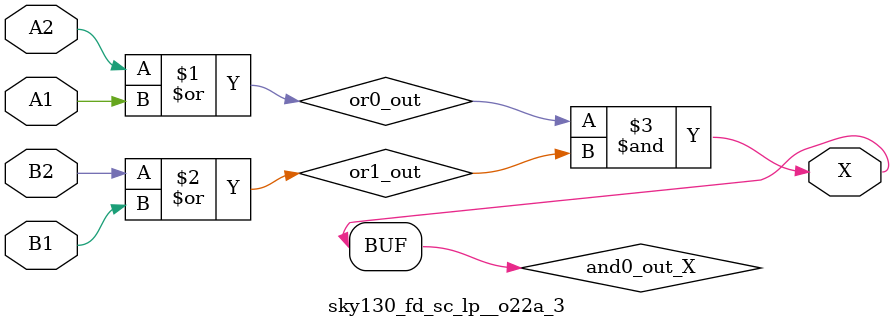
<source format=v>
module sky130_fd_sc_lp__o22a_3 (
    X ,
    A1,
    A2,
    B1,
    B2
);
    output X ;
    input  A1;
    input  A2;
    input  B1;
    input  B2;
    wire or0_out   ;
    wire or1_out   ;
    wire and0_out_X;
    or  or0  (or0_out   , A2, A1          );
    or  or1  (or1_out   , B2, B1          );
    and and0 (and0_out_X, or0_out, or1_out);
    buf buf0 (X         , and0_out_X      );
endmodule
</source>
